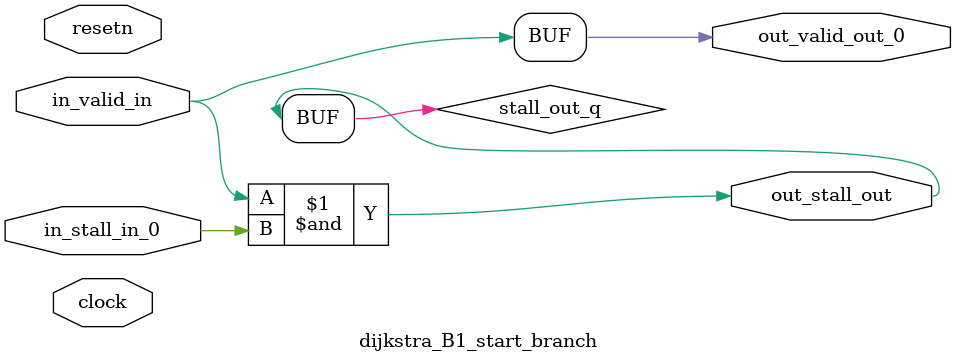
<source format=sv>



(* altera_attribute = "-name AUTO_SHIFT_REGISTER_RECOGNITION OFF; -name MESSAGE_DISABLE 10036; -name MESSAGE_DISABLE 10037; -name MESSAGE_DISABLE 14130; -name MESSAGE_DISABLE 14320; -name MESSAGE_DISABLE 15400; -name MESSAGE_DISABLE 14130; -name MESSAGE_DISABLE 10036; -name MESSAGE_DISABLE 12020; -name MESSAGE_DISABLE 12030; -name MESSAGE_DISABLE 12010; -name MESSAGE_DISABLE 12110; -name MESSAGE_DISABLE 14320; -name MESSAGE_DISABLE 13410; -name MESSAGE_DISABLE 113007; -name MESSAGE_DISABLE 10958" *)
module dijkstra_B1_start_branch (
    input wire [0:0] in_stall_in_0,
    input wire [0:0] in_valid_in,
    output wire [0:0] out_stall_out,
    output wire [0:0] out_valid_out_0,
    input wire clock,
    input wire resetn
    );

    wire [0:0] stall_out_q;


    // stall_out(LOGICAL,6)
    assign stall_out_q = in_valid_in & in_stall_in_0;

    // out_stall_out(GPOUT,4)
    assign out_stall_out = stall_out_q;

    // out_valid_out_0(GPOUT,5)
    assign out_valid_out_0 = in_valid_in;

endmodule

</source>
